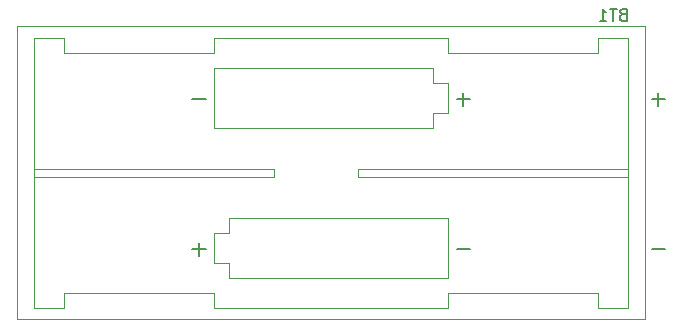
<source format=gbo>
G04 #@! TF.GenerationSoftware,KiCad,Pcbnew,8.0.5*
G04 #@! TF.CreationDate,2025-02-21T17:38:33-06:00*
G04 #@! TF.ProjectId,ArmorPlate,41726d6f-7250-46c6-9174-652e6b696361,rev?*
G04 #@! TF.SameCoordinates,Original*
G04 #@! TF.FileFunction,Legend,Bot*
G04 #@! TF.FilePolarity,Positive*
%FSLAX46Y46*%
G04 Gerber Fmt 4.6, Leading zero omitted, Abs format (unit mm)*
G04 Created by KiCad (PCBNEW 8.0.5) date 2025-02-21 17:38:33*
%MOMM*%
%LPD*%
G01*
G04 APERTURE LIST*
%ADD10C,0.150000*%
%ADD11C,0.120000*%
%ADD12C,0.900000*%
%ADD13C,4.500000*%
%ADD14C,3.450000*%
%ADD15R,2.000000X2.000000*%
%ADD16C,2.000000*%
G04 APERTURE END LIST*
D10*
X177085714Y-70581009D02*
X176942857Y-70628628D01*
X176942857Y-70628628D02*
X176895238Y-70676247D01*
X176895238Y-70676247D02*
X176847619Y-70771485D01*
X176847619Y-70771485D02*
X176847619Y-70914342D01*
X176847619Y-70914342D02*
X176895238Y-71009580D01*
X176895238Y-71009580D02*
X176942857Y-71057200D01*
X176942857Y-71057200D02*
X177038095Y-71104819D01*
X177038095Y-71104819D02*
X177419047Y-71104819D01*
X177419047Y-71104819D02*
X177419047Y-70104819D01*
X177419047Y-70104819D02*
X177085714Y-70104819D01*
X177085714Y-70104819D02*
X176990476Y-70152438D01*
X176990476Y-70152438D02*
X176942857Y-70200057D01*
X176942857Y-70200057D02*
X176895238Y-70295295D01*
X176895238Y-70295295D02*
X176895238Y-70390533D01*
X176895238Y-70390533D02*
X176942857Y-70485771D01*
X176942857Y-70485771D02*
X176990476Y-70533390D01*
X176990476Y-70533390D02*
X177085714Y-70581009D01*
X177085714Y-70581009D02*
X177419047Y-70581009D01*
X176561904Y-70104819D02*
X175990476Y-70104819D01*
X176276190Y-71104819D02*
X176276190Y-70104819D01*
X175133333Y-71104819D02*
X175704761Y-71104819D01*
X175419047Y-71104819D02*
X175419047Y-70104819D01*
X175419047Y-70104819D02*
X175514285Y-70247676D01*
X175514285Y-70247676D02*
X175609523Y-70342914D01*
X175609523Y-70342914D02*
X175704761Y-70390533D01*
X164171428Y-77764700D02*
X163028571Y-77764700D01*
X163599999Y-78336128D02*
X163599999Y-77193271D01*
X164171428Y-90464700D02*
X163028571Y-90464700D01*
X141771428Y-90464700D02*
X140628571Y-90464700D01*
X141199999Y-91036128D02*
X141199999Y-89893271D01*
X180681428Y-90464700D02*
X179538571Y-90464700D01*
X141771428Y-77764700D02*
X140628571Y-77764700D01*
X180681428Y-77764700D02*
X179538571Y-77764700D01*
X180109999Y-78336128D02*
X180109999Y-77193271D01*
D11*
X125800000Y-71600000D02*
X125800000Y-96400000D01*
X125800000Y-96405000D02*
X179000000Y-96405000D01*
X127230000Y-84350000D02*
X147550000Y-84350000D01*
X127230000Y-95430000D02*
X127230000Y-72570000D01*
X129770000Y-72570000D02*
X127230000Y-72570000D01*
X129770000Y-73840000D02*
X129770000Y-72570000D01*
X129770000Y-94160000D02*
X129770000Y-95430000D01*
X129770000Y-95430000D02*
X127230000Y-95430000D01*
X142470000Y-72570000D02*
X142470000Y-73840000D01*
X142470000Y-73840000D02*
X129770000Y-73840000D01*
X142470000Y-75110000D02*
X161060000Y-75110000D01*
X142470000Y-80190000D02*
X142470000Y-75110000D01*
X142470000Y-89080000D02*
X143740000Y-89080000D01*
X142470000Y-91620000D02*
X142470000Y-89080000D01*
X142470000Y-94160000D02*
X129770000Y-94160000D01*
X142470000Y-94160000D02*
X142470000Y-95430000D01*
X142470000Y-95430000D02*
X162330000Y-95430000D01*
X143740000Y-87810000D02*
X162330000Y-87810000D01*
X143740000Y-89080000D02*
X143740000Y-87810000D01*
X143740000Y-91620000D02*
X142470000Y-91620000D01*
X143740000Y-92890000D02*
X143740000Y-91620000D01*
X147550000Y-83650000D02*
X127230000Y-83650000D01*
X147550000Y-84350000D02*
X147550000Y-83650000D01*
X154710000Y-83650000D02*
X177570000Y-83650000D01*
X154710000Y-84350000D02*
X154710000Y-83650000D01*
X161060000Y-75110000D02*
X161060000Y-76380000D01*
X161060000Y-76380000D02*
X162330000Y-76380000D01*
X161060000Y-78920000D02*
X161060000Y-80190000D01*
X161060000Y-80190000D02*
X142470000Y-80190000D01*
X162330000Y-72570000D02*
X142470000Y-72570000D01*
X162330000Y-73840000D02*
X162330000Y-72570000D01*
X162330000Y-73840000D02*
X175030000Y-73840000D01*
X162330000Y-76380000D02*
X162330000Y-78920000D01*
X162330000Y-78920000D02*
X161060000Y-78920000D01*
X162330000Y-87810000D02*
X162330000Y-92890000D01*
X162330000Y-92890000D02*
X143740000Y-92890000D01*
X162330000Y-94160000D02*
X175030000Y-94160000D01*
X162330000Y-95430000D02*
X162330000Y-94160000D01*
X175030000Y-72570000D02*
X175030000Y-73840000D01*
X175030000Y-94160000D02*
X175030000Y-95430000D01*
X175030000Y-95430000D02*
X177570000Y-95430000D01*
X177570000Y-72570000D02*
X175030000Y-72570000D01*
X177570000Y-84350000D02*
X154710000Y-84350000D01*
X177570000Y-95430000D02*
X177570000Y-72570000D01*
X179000000Y-71595000D02*
X125800000Y-71595000D01*
X179000000Y-96400000D02*
X179000000Y-71600000D01*
%LPC*%
D12*
X146130000Y-116840000D03*
X151130000Y-116840000D03*
D13*
X102550000Y-144700000D03*
X102550000Y-40300000D03*
X196950000Y-40300000D03*
X196950000Y-144700000D03*
D14*
X137690000Y-86350000D03*
D15*
X176300000Y-77650000D03*
D16*
X176300000Y-90350000D03*
%LPD*%
M02*

</source>
